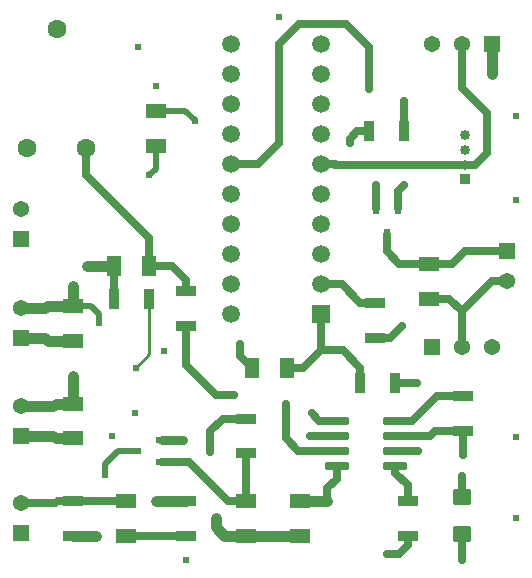
<source format=gtl>
G04 ================== begin FILE IDENTIFICATION RECORD ==================*
G04 Layout Name:  WCSA_SystemSchem_4-Layer.brd*
G04 Film Name:    TOP*
G04 File Format:  Gerber RS274X*
G04 File Origin:  Cadence Allegro 17.4-S013*
G04 Origin Date:  Thu May  5 23:29:30 2022*
G04 *
G04 Layer:  ETCH/TOP*
G04 Layer:  PIN/TOP*
G04 Layer:  VIA CLASS/TOP*
G04 *
G04 Offset:    (0.00 0.00)*
G04 Mirror:    No*
G04 Mode:      Positive*
G04 Rotation:  0*
G04 FullContactRelief:  No*
G04 UndefLineWidth:     5.00*
G04 ================== end FILE IDENTIFICATION RECORD ====================*
%FSLAX25Y25*MOIN*%
%IR0*IPPOS*OFA0.00000B0.00000*MIA0B0*SFA1.00000B1.00000*%
%ADD15C,.024*%
%ADD12C,.063*%
%ADD25C,.03346*%
%ADD11C,.05394*%
%ADD24R,.03346X.03346*%
%ADD19C,.05937*%
%ADD10R,.05394X.05394*%
%ADD20R,.05937X.05937*%
%AMMACRO21*
4,1,40,.03583,-.01181,
-.03583,-.01181,
-.036343,-.011764,
-.036841,-.011629,
-.037308,-.01141,
-.037729,-.011114,
-.038093,-.010748,
-.038387,-.010325,
-.038604,-.009858,
-.038736,-.00936,
-.03878,-.00886,
-.03878,.00886,
-.038734,.009373,
-.038599,.009871,
-.03838,.010338,
-.038084,.010759,
-.037718,.011123,
-.037295,.011417,
-.036828,.011634,
-.03633,.011766,
-.03583,.01181,
.03583,.01181,
.036343,.011764,
.036841,.011629,
.037308,.01141,
.037729,.011114,
.038093,.010748,
.038387,.010325,
.038604,.009858,
.038736,.00936,
.03878,.00886,
.03878,-.00886,
.038734,-.009373,
.038599,-.009871,
.03838,-.010338,
.038084,-.010759,
.037718,-.011123,
.037295,-.011417,
.036828,-.011634,
.03633,-.011766,
.03583,-.01181,
0.0*
%
%ADD21MACRO21*%
%ADD16R,.04X.02*%
%ADD22R,.02X.04*%
%ADD13R,.06811X.03819*%
%ADD18R,.03819X.06811*%
%ADD14R,.07165X.04567*%
%ADD17R,.04567X.07165*%
%AMMACRO23*
4,1,40,.03091,.01924,
.03091,-.01924,
.030792,-.020582,
.030443,-.021884,
.029874,-.023105,
.029101,-.024209,
.028148,-.025162,
.027044,-.025935,
.025822,-.026504,
.02452,-.026853,
.02318,-.02697,
-.02318,-.02697,
-.024522,-.026852,
-.025824,-.026503,
-.027045,-.025934,
-.028149,-.025161,
-.029102,-.024208,
-.029875,-.023104,
-.030444,-.021882,
-.030793,-.02058,
-.03091,-.01924,
-.03091,.01924,
-.030792,.020582,
-.030443,.021884,
-.029874,.023105,
-.029101,.024209,
-.028148,.025162,
-.027044,.025935,
-.025822,.026504,
-.02452,.026853,
-.02318,.02697,
.02318,.02697,
.024522,.026852,
.025824,.026503,
.027045,.025934,
.028149,.025161,
.029102,.024208,
.029875,.023104,
.030444,.021882,
.030793,.02058,
.03091,.01924,
0.0*
%
%ADD23MACRO23*%
%ADD26C,.01*%
%ADD27C,.02*%
%ADD28C,.03*%
%ADD29C,.025*%
%ADD30C,.035*%
G75*
%LPD*%
G75*
G54D10*
X-80000Y-80000D03*
Y-47500D03*
Y-15000D03*
Y18000D03*
X57000Y-18000D03*
X82000Y14000D03*
X77000Y83000D03*
G54D20*
X20000Y-7000D03*
G54D11*
X-80000Y-70000D03*
Y-37500D03*
Y-5000D03*
Y28000D03*
X67000Y-18000D03*
Y83000D03*
X57000D03*
X77000Y-18000D03*
X82000Y4000D03*
G54D30*
G01X-62500Y-80827D02*
X-55000D01*
G01X-62500Y-36693D02*
X-68333D01*
X-69140Y-37500D01*
X-80000D01*
G01X-62500Y-36693D02*
Y-27500D01*
G01Y-48307D02*
X-68333D01*
X-69140Y-47500D01*
X-80000D01*
G01Y-15000D02*
X-71800D01*
X-70993Y-15807D01*
X-62500D01*
G01X-80000Y-5000D02*
X-71900D01*
X-71093Y-4193D01*
X-62500D01*
G01Y2500D02*
Y-4193D01*
G01X-48807Y9000D02*
X-58000D01*
G01X-25000Y-69173D02*
X-32587D01*
X-32607Y-69193D01*
X-34807D01*
G01X-15000Y-75000D02*
Y-77950D01*
X-12143Y-80807D01*
X-5000D01*
G01X13000D02*
X4000D01*
G01D02*
X-5000D01*
G01X13000Y-69193D02*
X22000D01*
G01X77000Y83000D02*
Y73000D01*
G54D21*
X44724Y-57500D03*
X25276D03*
X44724Y-42500D03*
Y-47500D03*
Y-52500D03*
X25276D03*
Y-47500D03*
Y-42500D03*
G54D12*
X-77842Y48630D03*
X-58158D03*
X-68000Y88000D03*
G54D13*
X-62500Y-80827D03*
Y-69173D03*
X-25000Y-80827D03*
Y-69173D03*
X-5000Y-53327D03*
Y-41673D03*
X-25000Y-10827D03*
Y827D03*
X38000Y-14827D03*
Y-3173D03*
X49000Y-80827D03*
Y-69173D03*
X67500Y-45827D03*
Y-34173D03*
G54D22*
X42000Y19500D03*
X38400Y28500D03*
X45600D03*
G54D23*
X67000Y-80220D03*
Y-67701D03*
G54D14*
X-62500Y-48307D03*
Y-36693D03*
Y-15807D03*
Y-4193D03*
X-45000Y-80807D03*
Y-69193D03*
X-35000Y49193D03*
Y60807D03*
X-5000Y-80807D03*
Y-69193D03*
X13000Y-80807D03*
Y-69193D03*
X56000Y9807D03*
Y-1807D03*
G54D24*
X68000Y38000D03*
G54D15*
X-62500Y-27500D03*
Y2500D03*
X-58000Y9000D03*
X-55000Y-80827D03*
X-33500Y-80807D03*
X-34807Y-69193D03*
X-52000Y-60500D03*
X-49500Y-47600D03*
X-42000Y-40000D03*
X-41700Y-24700D03*
X-32400Y-19173D03*
X-54086Y-10000D03*
X-37100Y39400D03*
X-34950Y69000D03*
X-41000Y82200D03*
X-25000Y-89000D03*
X-15000Y-75000D03*
X-9000Y-34000D03*
X-17000Y-53000D03*
X-26000Y-48900D03*
X-6927Y-16928D03*
X-22000Y57500D03*
X4000Y-80807D03*
X16400Y-47500D03*
X17000Y-40000D03*
X8307Y-37000D03*
X6000Y92000D03*
X42000Y-87000D03*
X22000Y-69193D03*
X20000Y-19000D03*
X38400Y36000D03*
X29600Y50000D03*
X36173Y68300D03*
X67000Y-89000D03*
Y-61000D03*
X67500Y-54000D03*
X49000Y-64000D03*
X52500Y-52500D03*
X52000Y-30000D03*
X67000Y-6000D03*
X47000Y-11000D03*
X47800Y36200D03*
X47827Y64173D03*
X85000Y-75000D03*
Y-48000D03*
Y31000D03*
Y59000D03*
X77000Y73000D03*
G54D16*
X-33000Y-56100D03*
X-42000Y-52500D03*
X-33000Y-48900D03*
G54D25*
X68000Y42921D03*
Y52764D03*
Y47843D03*
G54D26*
G01X-41700Y-24700D02*
X-37173Y-20173D01*
Y-2000D01*
G54D17*
X-48807Y9000D03*
X-37193D03*
X8807Y-25000D03*
X-2807D03*
G54D27*
G01X-54086Y-10000D02*
Y-6693D01*
X-56586Y-4193D01*
X-62500D01*
G01X-52000Y-60500D02*
Y-56750D01*
X-47750Y-52500D01*
X-42000D01*
G01X-35000Y49193D02*
Y41500D01*
X-37100Y39400D01*
G01X-22000Y57500D02*
Y57700D01*
X-25107Y60807D01*
X-35000D01*
G54D18*
X-37173Y-2000D03*
X-48827D03*
X33173Y-30000D03*
X36173Y54000D03*
X44827Y-30000D03*
X47827Y54000D03*
G54D28*
G01X-33000Y-48900D02*
X-26000D01*
G54D19*
X-10000Y-7000D03*
Y3000D03*
Y13000D03*
Y23000D03*
Y33000D03*
Y43000D03*
Y53000D03*
Y63000D03*
Y73000D03*
Y83000D03*
X20000Y13000D03*
Y3000D03*
Y43000D03*
Y33000D03*
Y23000D03*
Y63000D03*
Y53000D03*
Y73000D03*
Y83000D03*
G54D29*
G01X-80000Y-70000D02*
X-68483D01*
X-67656Y-69173D01*
X-62500D01*
G01D02*
X-50353D01*
X-50333Y-69193D01*
X-45000D01*
G01X-58158Y48630D02*
Y39558D01*
X-37193Y18593D01*
Y9000D01*
G01X-45000Y-80807D02*
X-33500D01*
G01D02*
X-29426D01*
X-29406Y-80827D01*
X-25000D01*
G01X-5000Y-69193D02*
X-10807D01*
X-23900Y-56100D01*
X-33000D01*
G01X-37193Y9000D02*
X-29513D01*
X-25000Y4487D01*
Y827D01*
G01X-48807Y9000D02*
Y3176D01*
X-48827Y3156D01*
Y-2000D01*
G01X-9000Y-34000D02*
X-15000D01*
X-25000Y-24000D01*
Y-10827D01*
G01X-17000Y-53000D02*
Y-46001D01*
X-12672Y-41673D01*
X-5000D01*
G01X-6927Y-16928D02*
Y-20880D01*
X-2807Y-25000D01*
G01X36173Y68300D02*
Y82128D01*
X28401Y89900D01*
X12800D01*
X6000Y83100D01*
Y50000D01*
X-1000Y43000D01*
X-10000D01*
G01X-5000Y-53327D02*
Y-69193D01*
G01X8307Y-37000D02*
Y-48307D01*
X12500Y-52500D01*
X25276D01*
G01Y-47500D02*
X16400D01*
G01X17000Y-40000D02*
X19500Y-42500D01*
X25276D01*
G01X8807Y-25000D02*
X14000D01*
X20000Y-19000D01*
G01X42000Y-87000D02*
X46001D01*
X49000Y-84001D01*
Y-80827D01*
G01X25276Y-57500D02*
Y-61725D01*
X22000Y-65001D01*
Y-69193D01*
G01X20000Y-19000D02*
X27329D01*
X33173Y-24844D01*
Y-30000D01*
G01X20000Y-19000D02*
Y-7000D01*
G01X38000Y-14827D02*
X43173D01*
X47000Y-11000D01*
G01X42000Y19500D02*
Y13999D01*
X46192Y9807D01*
X56000D01*
G01X20000Y3000D02*
X27000D01*
X33173Y-3173D01*
X38000D01*
G01X68000Y42921D02*
X24799D01*
X24720Y43000D01*
X20000D01*
G01X38400Y28500D02*
Y36000D01*
G01X29600Y50000D02*
Y51500D01*
X32100Y54000D01*
X36173D01*
G01X67000Y-89000D02*
Y-80220D01*
G01X49000Y-64000D02*
X44724Y-59724D01*
Y-57500D01*
G01X66606Y-67701D02*
X67000D01*
G01D02*
Y-61000D01*
G01X49000Y-69173D02*
Y-64000D01*
G01X67500Y-45827D02*
X58073D01*
X56400Y-47500D01*
X44724D01*
G01Y-52500D02*
X52500D01*
G01X52000Y-30000D02*
X44827D01*
G01X67500Y-34173D02*
X58826D01*
X50499Y-42500D01*
X44724D01*
G01X67000Y-6001D02*
X62806Y-1807D01*
X56000D01*
G01X67000Y-6001D02*
Y-18000D01*
G01Y-6001D02*
Y-6000D01*
G01D02*
X77000Y4000D01*
X82000D01*
G01X56000Y9807D02*
X63907D01*
X68100Y14000D01*
X82000D01*
G01X45600Y28500D02*
Y34000D01*
X47800Y36200D01*
G01X67000Y83000D02*
Y68500D01*
X75300Y60200D01*
Y46797D01*
X71424Y42921D01*
X68000D01*
G01X47827Y54000D02*
Y64173D01*
G01X67500Y-54000D02*
Y-45827D01*
M02*

</source>
